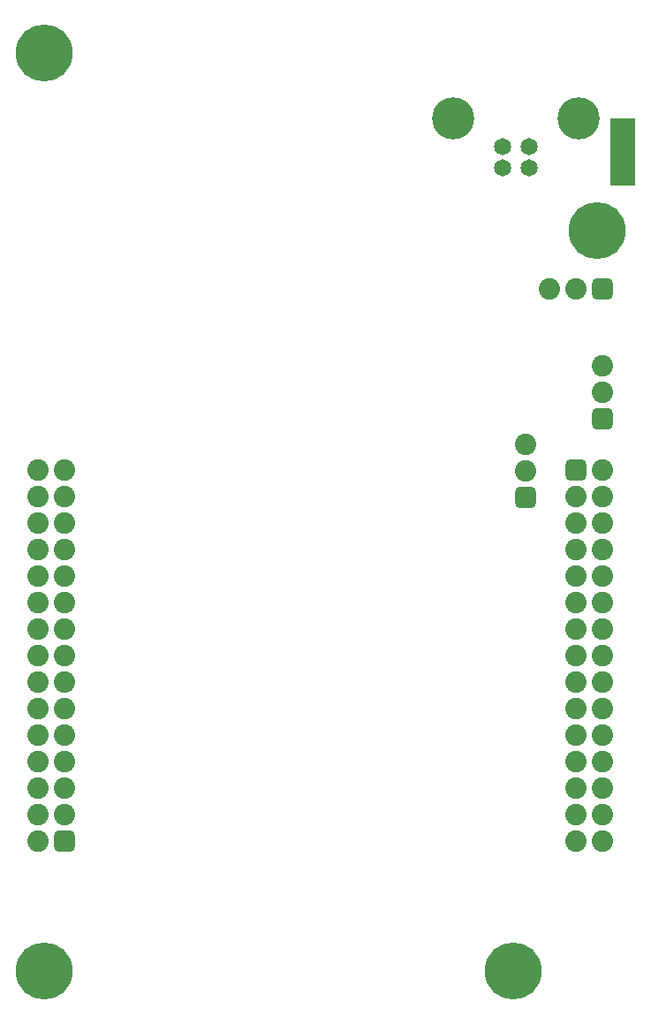
<source format=gbs>
G04*
G04 #@! TF.GenerationSoftware,Altium Limited,Altium Designer,19.0.15 (446)*
G04*
G04 Layer_Color=16711935*
%FSLAX44Y44*%
%MOMM*%
G71*
G01*
G75*
%ADD22R,2.4000X6.4000*%
%ADD41C,5.4500*%
G04:AMPARAMS|DCode=42|XSize=2.05mm|YSize=2.05mm|CornerRadius=0.525mm|HoleSize=0mm|Usage=FLASHONLY|Rotation=90.000|XOffset=0mm|YOffset=0mm|HoleType=Round|Shape=RoundedRectangle|*
%AMROUNDEDRECTD42*
21,1,2.0500,1.0000,0,0,90.0*
21,1,1.0000,2.0500,0,0,90.0*
1,1,1.0500,0.5000,0.5000*
1,1,1.0500,0.5000,-0.5000*
1,1,1.0500,-0.5000,-0.5000*
1,1,1.0500,-0.5000,0.5000*
%
%ADD42ROUNDEDRECTD42*%
%ADD43C,2.0500*%
G04:AMPARAMS|DCode=44|XSize=2.05mm|YSize=2.05mm|CornerRadius=0.525mm|HoleSize=0mm|Usage=FLASHONLY|Rotation=180.000|XOffset=0mm|YOffset=0mm|HoleType=Round|Shape=RoundedRectangle|*
%AMROUNDEDRECTD44*
21,1,2.0500,1.0000,0,0,180.0*
21,1,1.0000,2.0500,0,0,180.0*
1,1,1.0500,-0.5000,0.5000*
1,1,1.0500,0.5000,0.5000*
1,1,1.0500,0.5000,-0.5000*
1,1,1.0500,-0.5000,-0.5000*
%
%ADD44ROUNDEDRECTD44*%
%ADD45C,4.0500*%
%ADD46C,1.6500*%
%ADD47C,0.0500*%
D22*
X595000Y825000D02*
D03*
D41*
X570000Y750000D02*
D03*
X490000Y40000D02*
D03*
X40000D02*
D03*
Y920000D02*
D03*
D42*
X575000Y569600D02*
D03*
X550000Y520000D02*
D03*
X60000Y164400D02*
D03*
X502000Y493600D02*
D03*
D43*
X575000Y595000D02*
D03*
Y620400D02*
D03*
X550000Y694000D02*
D03*
X524600D02*
D03*
X550000Y266000D02*
D03*
X575400D02*
D03*
X550000Y240600D02*
D03*
X575400D02*
D03*
X550000Y215200D02*
D03*
X575400D02*
D03*
X550000Y189800D02*
D03*
X575400D02*
D03*
X550000Y164400D02*
D03*
X575400D02*
D03*
Y291400D02*
D03*
X550000D02*
D03*
X575400Y316800D02*
D03*
X550000D02*
D03*
X575400Y342200D02*
D03*
X550000D02*
D03*
X575400Y367600D02*
D03*
X550000D02*
D03*
X575400Y393000D02*
D03*
X550000D02*
D03*
X575400Y418400D02*
D03*
X550000D02*
D03*
X575400Y443800D02*
D03*
X550000D02*
D03*
X575400Y469200D02*
D03*
X550000D02*
D03*
X575400Y494600D02*
D03*
X550000D02*
D03*
X575400Y520000D02*
D03*
X60000Y418400D02*
D03*
X34600D02*
D03*
X60000Y443800D02*
D03*
X34600D02*
D03*
X60000Y469200D02*
D03*
X34600D02*
D03*
X60000Y494600D02*
D03*
X34600D02*
D03*
X60000Y520000D02*
D03*
X34600D02*
D03*
Y393000D02*
D03*
X60000D02*
D03*
X34600Y367600D02*
D03*
X60000D02*
D03*
X34600Y342200D02*
D03*
X60000D02*
D03*
X34600Y316800D02*
D03*
X60000D02*
D03*
X34600Y291400D02*
D03*
X60000D02*
D03*
X34600Y266000D02*
D03*
X60000D02*
D03*
X34600Y240600D02*
D03*
X60000D02*
D03*
X34600Y215200D02*
D03*
X60000D02*
D03*
X34600Y189800D02*
D03*
X60000D02*
D03*
X34600Y164400D02*
D03*
X502000Y519000D02*
D03*
Y544400D02*
D03*
D44*
X575400Y694000D02*
D03*
D45*
X432200Y857100D02*
D03*
X552600D02*
D03*
D46*
X480000Y830000D02*
D03*
X504900D02*
D03*
Y810000D02*
D03*
X479900D02*
D03*
D47*
X430000Y480000D02*
D03*
X180000D02*
D03*
X426000Y57500D02*
D03*
X184000D02*
D03*
M02*

</source>
